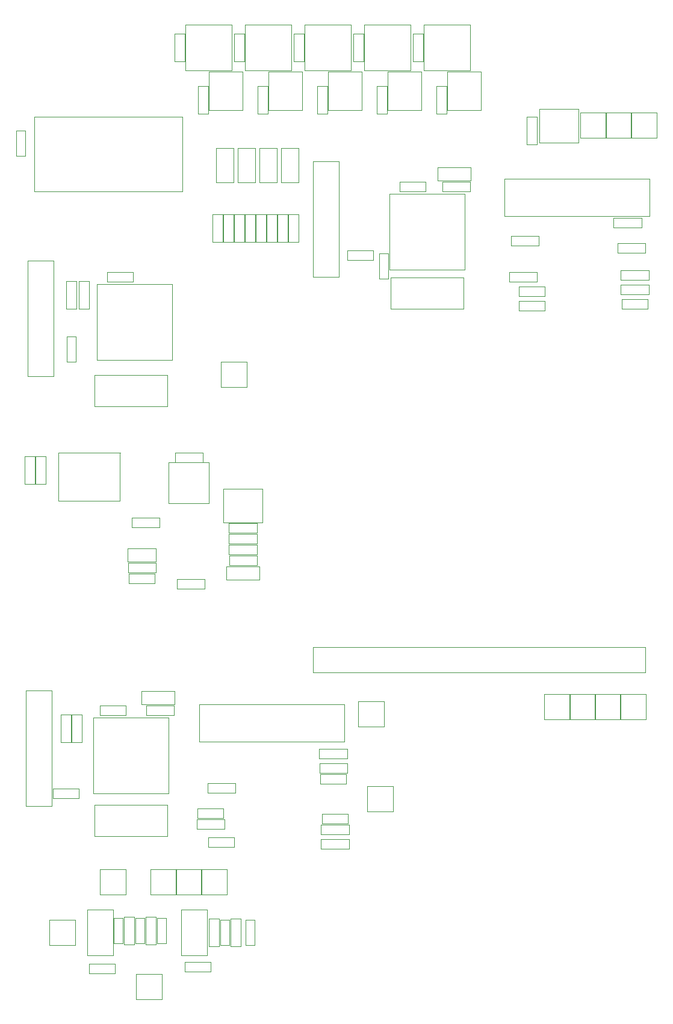
<source format=gbr>
G04 #@! TF.FileFunction,Other,User*
%FSLAX46Y46*%
G04 Gerber Fmt 4.6, Leading zero omitted, Abs format (unit mm)*
G04 Created by KiCad (PCBNEW 4.0.6) date 01/22/18 18:48:35*
%MOMM*%
%LPD*%
G01*
G04 APERTURE LIST*
%ADD10C,0.100000*%
%ADD11C,0.050000*%
G04 APERTURE END LIST*
D10*
D11*
X234476000Y-47972000D02*
X245076000Y-47972000D01*
X234476000Y-37372000D02*
X245076000Y-37372000D01*
X234476000Y-47972000D02*
X234476000Y-37372000D01*
X245076000Y-47972000D02*
X245076000Y-37372000D01*
X242634000Y-25590000D02*
X242634000Y-20130000D01*
X242634000Y-25590000D02*
X247374000Y-25590000D01*
X247374000Y-20130000D02*
X242634000Y-20130000D01*
X247374000Y-20130000D02*
X247374000Y-25590000D01*
X223752000Y-104670000D02*
X270502000Y-104670000D01*
X270502000Y-104670000D02*
X270502000Y-101070000D01*
X270502000Y-101070000D02*
X223752000Y-101070000D01*
X223752000Y-101070000D02*
X223752000Y-104670000D01*
X223752000Y-32744000D02*
X223752000Y-49044000D01*
X223752000Y-49044000D02*
X227352000Y-49044000D01*
X227352000Y-49044000D02*
X227352000Y-32744000D01*
X227352000Y-32744000D02*
X223752000Y-32744000D01*
X183620000Y-46714000D02*
X183620000Y-63014000D01*
X183620000Y-63014000D02*
X187220000Y-63014000D01*
X187220000Y-63014000D02*
X187220000Y-46714000D01*
X187220000Y-46714000D02*
X183620000Y-46714000D01*
X261048000Y-30162000D02*
X255588000Y-30162000D01*
X261048000Y-30162000D02*
X261048000Y-25422000D01*
X255588000Y-25422000D02*
X255588000Y-30162000D01*
X255588000Y-25422000D02*
X261048000Y-25422000D01*
X234252000Y-25590000D02*
X234252000Y-20130000D01*
X234252000Y-25590000D02*
X238992000Y-25590000D01*
X238992000Y-20130000D02*
X234252000Y-20130000D01*
X238992000Y-20130000D02*
X238992000Y-25590000D01*
X225870000Y-25590000D02*
X225870000Y-20130000D01*
X225870000Y-25590000D02*
X230610000Y-25590000D01*
X230610000Y-20130000D02*
X225870000Y-20130000D01*
X230610000Y-20130000D02*
X230610000Y-25590000D01*
X217488000Y-25590000D02*
X217488000Y-20130000D01*
X217488000Y-25590000D02*
X222228000Y-25590000D01*
X222228000Y-20130000D02*
X217488000Y-20130000D01*
X222228000Y-20130000D02*
X222228000Y-25590000D01*
X209106000Y-25590000D02*
X209106000Y-20130000D01*
X209106000Y-25590000D02*
X213846000Y-25590000D01*
X213846000Y-20130000D02*
X209106000Y-20130000D01*
X213846000Y-20130000D02*
X213846000Y-25590000D01*
X211138000Y-78804000D02*
X216598000Y-78804000D01*
X211138000Y-78804000D02*
X211138000Y-83544000D01*
X216598000Y-83544000D02*
X216598000Y-78804000D01*
X216598000Y-83544000D02*
X211138000Y-83544000D01*
X196626000Y-73780000D02*
X187876000Y-73780000D01*
X196576000Y-80530000D02*
X196576000Y-73830000D01*
X187876000Y-80530000D02*
X196576000Y-80530000D01*
X187876000Y-73780000D02*
X187876000Y-80530000D01*
X191952000Y-144424000D02*
X195652000Y-144424000D01*
X191952000Y-138024000D02*
X195652000Y-138024000D01*
X191952000Y-144424000D02*
X191952000Y-138024000D01*
X195652000Y-144424000D02*
X195652000Y-138024000D01*
X183276000Y-28426000D02*
X183276000Y-32026000D01*
X183276000Y-28426000D02*
X181976000Y-28426000D01*
X181976000Y-32026000D02*
X183276000Y-32026000D01*
X181976000Y-32026000D02*
X181976000Y-28426000D01*
X267186000Y-52182000D02*
X270786000Y-52182000D01*
X267186000Y-52182000D02*
X267186000Y-53482000D01*
X270786000Y-53482000D02*
X270786000Y-52182000D01*
X270786000Y-53482000D02*
X267186000Y-53482000D01*
X228622000Y-125872000D02*
X225022000Y-125872000D01*
X228622000Y-125872000D02*
X228622000Y-124572000D01*
X225022000Y-124572000D02*
X225022000Y-125872000D01*
X225022000Y-124572000D02*
X228622000Y-124572000D01*
X228368000Y-120284000D02*
X224768000Y-120284000D01*
X228368000Y-120284000D02*
X228368000Y-118984000D01*
X224768000Y-118984000D02*
X224768000Y-120284000D01*
X224768000Y-118984000D02*
X228368000Y-118984000D01*
X256308000Y-51704000D02*
X252708000Y-51704000D01*
X256308000Y-51704000D02*
X256308000Y-50404000D01*
X252708000Y-50404000D02*
X252708000Y-51704000D01*
X252708000Y-50404000D02*
X256308000Y-50404000D01*
X207496000Y-123810000D02*
X211096000Y-123810000D01*
X207496000Y-123810000D02*
X207496000Y-125110000D01*
X211096000Y-125110000D02*
X211096000Y-123810000D01*
X211096000Y-125110000D02*
X207496000Y-125110000D01*
X256308000Y-53736000D02*
X252708000Y-53736000D01*
X256308000Y-53736000D02*
X256308000Y-52436000D01*
X252708000Y-52436000D02*
X252708000Y-53736000D01*
X252708000Y-52436000D02*
X256308000Y-52436000D01*
X212620000Y-129174000D02*
X209020000Y-129174000D01*
X212620000Y-129174000D02*
X212620000Y-127874000D01*
X209020000Y-127874000D02*
X209020000Y-129174000D01*
X209020000Y-127874000D02*
X212620000Y-127874000D01*
X197380000Y-110632000D02*
X193780000Y-110632000D01*
X197380000Y-110632000D02*
X197380000Y-109332000D01*
X193780000Y-109332000D02*
X193780000Y-110632000D01*
X193780000Y-109332000D02*
X197380000Y-109332000D01*
X187176000Y-121016000D02*
X190776000Y-121016000D01*
X187176000Y-121016000D02*
X187176000Y-122316000D01*
X190776000Y-122316000D02*
X190776000Y-121016000D01*
X190776000Y-122316000D02*
X187176000Y-122316000D01*
X209114000Y-80828000D02*
X209114000Y-75128000D01*
X209114000Y-75128000D02*
X203414000Y-75128000D01*
X203414000Y-75128000D02*
X203414000Y-80828000D01*
X203414000Y-80828000D02*
X209114000Y-80828000D01*
X201444000Y-92090000D02*
X197844000Y-92090000D01*
X201444000Y-92090000D02*
X201444000Y-90790000D01*
X197844000Y-90790000D02*
X197844000Y-92090000D01*
X197844000Y-90790000D02*
X201444000Y-90790000D01*
X214234000Y-143024000D02*
X214234000Y-139424000D01*
X214234000Y-143024000D02*
X215534000Y-143024000D01*
X215534000Y-139424000D02*
X214234000Y-139424000D01*
X215534000Y-139424000D02*
X215534000Y-143024000D01*
X203088000Y-139170000D02*
X203088000Y-142770000D01*
X203088000Y-139170000D02*
X201788000Y-139170000D01*
X201788000Y-142770000D02*
X203088000Y-142770000D01*
X201788000Y-142770000D02*
X201788000Y-139170000D01*
X205718000Y-145400000D02*
X209318000Y-145400000D01*
X205718000Y-145400000D02*
X205718000Y-146700000D01*
X209318000Y-146700000D02*
X209318000Y-145400000D01*
X209318000Y-146700000D02*
X205718000Y-146700000D01*
X192256000Y-145654000D02*
X195856000Y-145654000D01*
X192256000Y-145654000D02*
X192256000Y-146954000D01*
X195856000Y-146954000D02*
X195856000Y-145654000D01*
X195856000Y-146954000D02*
X192256000Y-146954000D01*
X211978000Y-139424000D02*
X211978000Y-143024000D01*
X211978000Y-139424000D02*
X210678000Y-139424000D01*
X210678000Y-143024000D02*
X211978000Y-143024000D01*
X210678000Y-143024000D02*
X210678000Y-139424000D01*
X200040000Y-139170000D02*
X200040000Y-142770000D01*
X200040000Y-139170000D02*
X198740000Y-139170000D01*
X198740000Y-142770000D02*
X200040000Y-142770000D01*
X198740000Y-142770000D02*
X198740000Y-139170000D01*
X196992000Y-139170000D02*
X196992000Y-142770000D01*
X196992000Y-139170000D02*
X195692000Y-139170000D01*
X195692000Y-142770000D02*
X196992000Y-142770000D01*
X195692000Y-142770000D02*
X195692000Y-139170000D01*
X216218000Y-91578000D02*
X211518000Y-91578000D01*
X216218000Y-91578000D02*
X216218000Y-89778000D01*
X211518000Y-89778000D02*
X211518000Y-91578000D01*
X211518000Y-89778000D02*
X216218000Y-89778000D01*
X183366000Y-107166000D02*
X183366000Y-123466000D01*
X183366000Y-123466000D02*
X186966000Y-123466000D01*
X186966000Y-123466000D02*
X186966000Y-107166000D01*
X186966000Y-107166000D02*
X183366000Y-107166000D01*
X255208000Y-26488000D02*
X255208000Y-30398000D01*
X255208000Y-26488000D02*
X253808000Y-26488000D01*
X253808000Y-30398000D02*
X255208000Y-30398000D01*
X253808000Y-30398000D02*
X253808000Y-26488000D01*
X266010000Y-40702000D02*
X269920000Y-40702000D01*
X266010000Y-40702000D02*
X266010000Y-42102000D01*
X269920000Y-42102000D02*
X269920000Y-40702000D01*
X269920000Y-42102000D02*
X266010000Y-42102000D01*
X224608000Y-115378000D02*
X228518000Y-115378000D01*
X224608000Y-115378000D02*
X224608000Y-116778000D01*
X228518000Y-116778000D02*
X228518000Y-115378000D01*
X228518000Y-116778000D02*
X224608000Y-116778000D01*
X267026000Y-50100000D02*
X270936000Y-50100000D01*
X267026000Y-50100000D02*
X267026000Y-51500000D01*
X270936000Y-51500000D02*
X270936000Y-50100000D01*
X270936000Y-51500000D02*
X267026000Y-51500000D01*
X224862000Y-126046000D02*
X228772000Y-126046000D01*
X224862000Y-126046000D02*
X224862000Y-127446000D01*
X228772000Y-127446000D02*
X228772000Y-126046000D01*
X228772000Y-127446000D02*
X224862000Y-127446000D01*
X270438000Y-45658000D02*
X266528000Y-45658000D01*
X270438000Y-45658000D02*
X270438000Y-44258000D01*
X266528000Y-44258000D02*
X266528000Y-45658000D01*
X266528000Y-44258000D02*
X270438000Y-44258000D01*
X228528000Y-118810000D02*
X224618000Y-118810000D01*
X228528000Y-118810000D02*
X228528000Y-117410000D01*
X224618000Y-117410000D02*
X224618000Y-118810000D01*
X224618000Y-117410000D02*
X228528000Y-117410000D01*
X267026000Y-48068000D02*
X270936000Y-48068000D01*
X267026000Y-48068000D02*
X267026000Y-49468000D01*
X270936000Y-49468000D02*
X270936000Y-48068000D01*
X270936000Y-49468000D02*
X267026000Y-49468000D01*
X224862000Y-128078000D02*
X228772000Y-128078000D01*
X224862000Y-128078000D02*
X224862000Y-129478000D01*
X228772000Y-129478000D02*
X228772000Y-128078000D01*
X228772000Y-129478000D02*
X224862000Y-129478000D01*
X255198000Y-49722000D02*
X251288000Y-49722000D01*
X255198000Y-49722000D02*
X255198000Y-48322000D01*
X251288000Y-48322000D02*
X251288000Y-49722000D01*
X251288000Y-48322000D02*
X255198000Y-48322000D01*
X211256000Y-126684000D02*
X207346000Y-126684000D01*
X211256000Y-126684000D02*
X211256000Y-125284000D01*
X207346000Y-125284000D02*
X207346000Y-126684000D01*
X207346000Y-125284000D02*
X211256000Y-125284000D01*
X255452000Y-44642000D02*
X251542000Y-44642000D01*
X255452000Y-44642000D02*
X255452000Y-43242000D01*
X251542000Y-43242000D02*
X251542000Y-44642000D01*
X251542000Y-43242000D02*
X255452000Y-43242000D01*
X212780000Y-121604000D02*
X208870000Y-121604000D01*
X212780000Y-121604000D02*
X212780000Y-120204000D01*
X208870000Y-120204000D02*
X208870000Y-121604000D01*
X208870000Y-120204000D02*
X212780000Y-120204000D01*
X242508000Y-22170000D02*
X242508000Y-26080000D01*
X242508000Y-22170000D02*
X241108000Y-22170000D01*
X241108000Y-26080000D02*
X242508000Y-26080000D01*
X241108000Y-26080000D02*
X241108000Y-22170000D01*
X239206000Y-14804000D02*
X239206000Y-18714000D01*
X239206000Y-14804000D02*
X237806000Y-14804000D01*
X237806000Y-18714000D02*
X239206000Y-18714000D01*
X237806000Y-18714000D02*
X237806000Y-14804000D01*
X234126000Y-22170000D02*
X234126000Y-26080000D01*
X234126000Y-22170000D02*
X232726000Y-22170000D01*
X232726000Y-26080000D02*
X234126000Y-26080000D01*
X232726000Y-26080000D02*
X232726000Y-22170000D01*
X230824000Y-14804000D02*
X230824000Y-18714000D01*
X230824000Y-14804000D02*
X229424000Y-14804000D01*
X229424000Y-18714000D02*
X230824000Y-18714000D01*
X229424000Y-18714000D02*
X229424000Y-14804000D01*
X225744000Y-22170000D02*
X225744000Y-26080000D01*
X225744000Y-22170000D02*
X224344000Y-22170000D01*
X224344000Y-26080000D02*
X225744000Y-26080000D01*
X224344000Y-26080000D02*
X224344000Y-22170000D01*
X222442000Y-14804000D02*
X222442000Y-18714000D01*
X222442000Y-14804000D02*
X221042000Y-14804000D01*
X221042000Y-18714000D02*
X222442000Y-18714000D01*
X221042000Y-18714000D02*
X221042000Y-14804000D01*
X217362000Y-22170000D02*
X217362000Y-26080000D01*
X217362000Y-22170000D02*
X215962000Y-22170000D01*
X215962000Y-26080000D02*
X217362000Y-26080000D01*
X215962000Y-26080000D02*
X215962000Y-22170000D01*
X214060000Y-14804000D02*
X214060000Y-18714000D01*
X214060000Y-14804000D02*
X212660000Y-14804000D01*
X212660000Y-18714000D02*
X214060000Y-18714000D01*
X212660000Y-18714000D02*
X212660000Y-14804000D01*
X208980000Y-22170000D02*
X208980000Y-26080000D01*
X208980000Y-22170000D02*
X207580000Y-22170000D01*
X207580000Y-26080000D02*
X208980000Y-26080000D01*
X207580000Y-26080000D02*
X207580000Y-22170000D01*
X205678000Y-14804000D02*
X205678000Y-18714000D01*
X205678000Y-14804000D02*
X204278000Y-14804000D01*
X204278000Y-18714000D02*
X205678000Y-18714000D01*
X204278000Y-18714000D02*
X204278000Y-14804000D01*
X184720000Y-78160000D02*
X184720000Y-74250000D01*
X184720000Y-78160000D02*
X186120000Y-78160000D01*
X186120000Y-74250000D02*
X184720000Y-74250000D01*
X186120000Y-74250000D02*
X186120000Y-78160000D01*
X184596000Y-74240000D02*
X184596000Y-78150000D01*
X184596000Y-74240000D02*
X183196000Y-74240000D01*
X183196000Y-78150000D02*
X184596000Y-78150000D01*
X183196000Y-78150000D02*
X183196000Y-74240000D01*
X221680000Y-40204000D02*
X221680000Y-44114000D01*
X221680000Y-40204000D02*
X220280000Y-40204000D01*
X220280000Y-44114000D02*
X221680000Y-44114000D01*
X220280000Y-44114000D02*
X220280000Y-40204000D01*
X218756000Y-44124000D02*
X218756000Y-40214000D01*
X218756000Y-44124000D02*
X220156000Y-44124000D01*
X220156000Y-40214000D02*
X218756000Y-40214000D01*
X220156000Y-40214000D02*
X220156000Y-44124000D01*
X218632000Y-40204000D02*
X218632000Y-44114000D01*
X218632000Y-40204000D02*
X217232000Y-40204000D01*
X217232000Y-44114000D02*
X218632000Y-44114000D01*
X217232000Y-44114000D02*
X217232000Y-40204000D01*
X215708000Y-44124000D02*
X215708000Y-40214000D01*
X215708000Y-44124000D02*
X217108000Y-44124000D01*
X217108000Y-40214000D02*
X215708000Y-40214000D01*
X217108000Y-40214000D02*
X217108000Y-44124000D01*
X215584000Y-40204000D02*
X215584000Y-44114000D01*
X215584000Y-40204000D02*
X214184000Y-40204000D01*
X214184000Y-44114000D02*
X215584000Y-44114000D01*
X214184000Y-44114000D02*
X214184000Y-40204000D01*
X212660000Y-44124000D02*
X212660000Y-40214000D01*
X212660000Y-44124000D02*
X214060000Y-44124000D01*
X214060000Y-40214000D02*
X212660000Y-40214000D01*
X214060000Y-40214000D02*
X214060000Y-44124000D01*
X212536000Y-40204000D02*
X212536000Y-44114000D01*
X212536000Y-40204000D02*
X211136000Y-40204000D01*
X211136000Y-44114000D02*
X212536000Y-44114000D01*
X211136000Y-44114000D02*
X211136000Y-40204000D01*
X209612000Y-44124000D02*
X209612000Y-40214000D01*
X209612000Y-44124000D02*
X211012000Y-44124000D01*
X211012000Y-40214000D02*
X209612000Y-40214000D01*
X211012000Y-40214000D02*
X211012000Y-44124000D01*
X208208000Y-75122000D02*
X204298000Y-75122000D01*
X208208000Y-75122000D02*
X208208000Y-73722000D01*
X204298000Y-73722000D02*
X204298000Y-75122000D01*
X204298000Y-73722000D02*
X208208000Y-73722000D01*
X202112000Y-84266000D02*
X198202000Y-84266000D01*
X202112000Y-84266000D02*
X202112000Y-82866000D01*
X198202000Y-82866000D02*
X198202000Y-84266000D01*
X198202000Y-82866000D02*
X202112000Y-82866000D01*
X201604000Y-90616000D02*
X197694000Y-90616000D01*
X201604000Y-90616000D02*
X201604000Y-89216000D01*
X197694000Y-89216000D02*
X197694000Y-90616000D01*
X197694000Y-89216000D02*
X201604000Y-89216000D01*
X211908000Y-85152000D02*
X215818000Y-85152000D01*
X211908000Y-85152000D02*
X211908000Y-86552000D01*
X215818000Y-86552000D02*
X215818000Y-85152000D01*
X215818000Y-86552000D02*
X211908000Y-86552000D01*
X211908000Y-86676000D02*
X215818000Y-86676000D01*
X211908000Y-86676000D02*
X211908000Y-88076000D01*
X215818000Y-88076000D02*
X215818000Y-86676000D01*
X215818000Y-88076000D02*
X211908000Y-88076000D01*
X208462000Y-92902000D02*
X204552000Y-92902000D01*
X208462000Y-92902000D02*
X208462000Y-91502000D01*
X204552000Y-91502000D02*
X204552000Y-92902000D01*
X204552000Y-91502000D02*
X208462000Y-91502000D01*
X215828000Y-89600000D02*
X211918000Y-89600000D01*
X215828000Y-89600000D02*
X215828000Y-88200000D01*
X211918000Y-88200000D02*
X211918000Y-89600000D01*
X211918000Y-88200000D02*
X215828000Y-88200000D01*
X211908000Y-83628000D02*
X215818000Y-83628000D01*
X211908000Y-83628000D02*
X211908000Y-85028000D01*
X215818000Y-85028000D02*
X215818000Y-83628000D01*
X215818000Y-85028000D02*
X211908000Y-85028000D01*
X213552000Y-139264000D02*
X213552000Y-143174000D01*
X213552000Y-139264000D02*
X212152000Y-139264000D01*
X212152000Y-143174000D02*
X213552000Y-143174000D01*
X212152000Y-143174000D02*
X212152000Y-139264000D01*
X201614000Y-139010000D02*
X201614000Y-142920000D01*
X201614000Y-139010000D02*
X200214000Y-139010000D01*
X200214000Y-142920000D02*
X201614000Y-142920000D01*
X200214000Y-142920000D02*
X200214000Y-139010000D01*
X209104000Y-143184000D02*
X209104000Y-139274000D01*
X209104000Y-143184000D02*
X210504000Y-143184000D01*
X210504000Y-139274000D02*
X209104000Y-139274000D01*
X210504000Y-139274000D02*
X210504000Y-143184000D01*
X197166000Y-142930000D02*
X197166000Y-139020000D01*
X197166000Y-142930000D02*
X198566000Y-142930000D01*
X198566000Y-139020000D02*
X197166000Y-139020000D01*
X198566000Y-139020000D02*
X198566000Y-142930000D01*
X205160000Y-144424000D02*
X208860000Y-144424000D01*
X205160000Y-138024000D02*
X208860000Y-138024000D01*
X205160000Y-144424000D02*
X205160000Y-138024000D01*
X208860000Y-144424000D02*
X208860000Y-138024000D01*
X239320000Y-19984000D02*
X245820000Y-19984000D01*
X245820000Y-19984000D02*
X245820000Y-13534000D01*
X245820000Y-13534000D02*
X239320000Y-13534000D01*
X239320000Y-13534000D02*
X239320000Y-19984000D01*
X230938000Y-19984000D02*
X237438000Y-19984000D01*
X237438000Y-19984000D02*
X237438000Y-13534000D01*
X237438000Y-13534000D02*
X230938000Y-13534000D01*
X230938000Y-13534000D02*
X230938000Y-19984000D01*
X222556000Y-19984000D02*
X229056000Y-19984000D01*
X229056000Y-19984000D02*
X229056000Y-13534000D01*
X229056000Y-13534000D02*
X222556000Y-13534000D01*
X222556000Y-13534000D02*
X222556000Y-19984000D01*
X214174000Y-19984000D02*
X220674000Y-19984000D01*
X220674000Y-19984000D02*
X220674000Y-13534000D01*
X220674000Y-13534000D02*
X214174000Y-13534000D01*
X214174000Y-13534000D02*
X214174000Y-19984000D01*
X205792000Y-19984000D02*
X212292000Y-19984000D01*
X212292000Y-19984000D02*
X212292000Y-13534000D01*
X212292000Y-13534000D02*
X205792000Y-13534000D01*
X205792000Y-13534000D02*
X205792000Y-19984000D01*
X205384000Y-26500000D02*
X184524000Y-26500000D01*
X184524000Y-26500000D02*
X184524000Y-37000000D01*
X184524000Y-37000000D02*
X205384000Y-37000000D01*
X205384000Y-37000000D02*
X205384000Y-26500000D01*
X271058000Y-40446000D02*
X271058000Y-35246000D01*
X271058000Y-35246000D02*
X250658000Y-35246000D01*
X250658000Y-35246000D02*
X250658000Y-40446000D01*
X250658000Y-40446000D02*
X271058000Y-40446000D01*
X228132000Y-114360000D02*
X228132000Y-109160000D01*
X228132000Y-109160000D02*
X207732000Y-109160000D01*
X207732000Y-109160000D02*
X207732000Y-114360000D01*
X207732000Y-114360000D02*
X228132000Y-114360000D01*
X201644000Y-89088000D02*
X197644000Y-89088000D01*
X197644000Y-89088000D02*
X197644000Y-87188000D01*
X201644000Y-87188000D02*
X197644000Y-87188000D01*
X201644000Y-89088000D02*
X201644000Y-87188000D01*
X266932000Y-107674000D02*
X266932000Y-111274000D01*
X266932000Y-111274000D02*
X270532000Y-111274000D01*
X270532000Y-111274000D02*
X270532000Y-107674000D01*
X270532000Y-107674000D02*
X266932000Y-107674000D01*
X263376000Y-107674000D02*
X263376000Y-111274000D01*
X263376000Y-111274000D02*
X266976000Y-111274000D01*
X266976000Y-111274000D02*
X266976000Y-107674000D01*
X266976000Y-107674000D02*
X263376000Y-107674000D01*
X272056000Y-29486000D02*
X272056000Y-25886000D01*
X272056000Y-25886000D02*
X268456000Y-25886000D01*
X268456000Y-25886000D02*
X268456000Y-29486000D01*
X268456000Y-29486000D02*
X272056000Y-29486000D01*
X230102000Y-108690000D02*
X230102000Y-112290000D01*
X230102000Y-112290000D02*
X233702000Y-112290000D01*
X233702000Y-112290000D02*
X233702000Y-108690000D01*
X233702000Y-108690000D02*
X230102000Y-108690000D01*
X268500000Y-29486000D02*
X268500000Y-25886000D01*
X268500000Y-25886000D02*
X264900000Y-25886000D01*
X264900000Y-25886000D02*
X264900000Y-29486000D01*
X264900000Y-29486000D02*
X268500000Y-29486000D01*
X204448000Y-132312000D02*
X204448000Y-135912000D01*
X204448000Y-135912000D02*
X208048000Y-135912000D01*
X208048000Y-135912000D02*
X208048000Y-132312000D01*
X208048000Y-132312000D02*
X204448000Y-132312000D01*
X256264000Y-107674000D02*
X256264000Y-111274000D01*
X256264000Y-111274000D02*
X259864000Y-111274000D01*
X259864000Y-111274000D02*
X259864000Y-107674000D01*
X259864000Y-107674000D02*
X256264000Y-107674000D01*
X193780000Y-132312000D02*
X193780000Y-135912000D01*
X193780000Y-135912000D02*
X197380000Y-135912000D01*
X197380000Y-135912000D02*
X197380000Y-132312000D01*
X197380000Y-132312000D02*
X193780000Y-132312000D01*
X200892000Y-132312000D02*
X200892000Y-135912000D01*
X200892000Y-135912000D02*
X204492000Y-135912000D01*
X204492000Y-135912000D02*
X204492000Y-132312000D01*
X204492000Y-132312000D02*
X200892000Y-132312000D01*
X259820000Y-107674000D02*
X259820000Y-111274000D01*
X259820000Y-111274000D02*
X263420000Y-111274000D01*
X263420000Y-111274000D02*
X263420000Y-107674000D01*
X263420000Y-107674000D02*
X259820000Y-107674000D01*
X186668000Y-139424000D02*
X186668000Y-143024000D01*
X186668000Y-143024000D02*
X190268000Y-143024000D01*
X190268000Y-143024000D02*
X190268000Y-139424000D01*
X190268000Y-139424000D02*
X186668000Y-139424000D01*
X210798000Y-60938000D02*
X210798000Y-64538000D01*
X210798000Y-64538000D02*
X214398000Y-64538000D01*
X214398000Y-64538000D02*
X214398000Y-60938000D01*
X214398000Y-60938000D02*
X210798000Y-60938000D01*
X231372000Y-120628000D02*
X231372000Y-124228000D01*
X231372000Y-124228000D02*
X234972000Y-124228000D01*
X234972000Y-124228000D02*
X234972000Y-120628000D01*
X234972000Y-120628000D02*
X231372000Y-120628000D01*
X264944000Y-29486000D02*
X264944000Y-25886000D01*
X264944000Y-25886000D02*
X261344000Y-25886000D01*
X261344000Y-25886000D02*
X261344000Y-29486000D01*
X261344000Y-29486000D02*
X264944000Y-29486000D01*
X208004000Y-132312000D02*
X208004000Y-135912000D01*
X208004000Y-135912000D02*
X211604000Y-135912000D01*
X211604000Y-135912000D02*
X211604000Y-132312000D01*
X211604000Y-132312000D02*
X208004000Y-132312000D01*
X198860000Y-147044000D02*
X198860000Y-150644000D01*
X198860000Y-150644000D02*
X202460000Y-150644000D01*
X202460000Y-150644000D02*
X202460000Y-147044000D01*
X202460000Y-147044000D02*
X198860000Y-147044000D01*
X233030000Y-49298000D02*
X233030000Y-45698000D01*
X233030000Y-49298000D02*
X234330000Y-49298000D01*
X234330000Y-45698000D02*
X233030000Y-45698000D01*
X234330000Y-45698000D02*
X234330000Y-49298000D01*
X239544000Y-36972000D02*
X235944000Y-36972000D01*
X239544000Y-36972000D02*
X239544000Y-35672000D01*
X235944000Y-35672000D02*
X235944000Y-36972000D01*
X235944000Y-35672000D02*
X239544000Y-35672000D01*
X228578000Y-45324000D02*
X232178000Y-45324000D01*
X228578000Y-45324000D02*
X228578000Y-46624000D01*
X232178000Y-46624000D02*
X232178000Y-45324000D01*
X232178000Y-46624000D02*
X228578000Y-46624000D01*
X198396000Y-49672000D02*
X194796000Y-49672000D01*
X198396000Y-49672000D02*
X198396000Y-48372000D01*
X194796000Y-48372000D02*
X194796000Y-49672000D01*
X194796000Y-48372000D02*
X198396000Y-48372000D01*
X189088000Y-60982000D02*
X189088000Y-57382000D01*
X189088000Y-60982000D02*
X190388000Y-60982000D01*
X190388000Y-57382000D02*
X189088000Y-57382000D01*
X190388000Y-57382000D02*
X190388000Y-60982000D01*
X199580000Y-107304000D02*
X204280000Y-107304000D01*
X199580000Y-107304000D02*
X199580000Y-109104000D01*
X204280000Y-109104000D02*
X204280000Y-107304000D01*
X204280000Y-109104000D02*
X199580000Y-109104000D01*
X241236000Y-33644000D02*
X245936000Y-33644000D01*
X241236000Y-33644000D02*
X241236000Y-35444000D01*
X245936000Y-35444000D02*
X245936000Y-33644000D01*
X245936000Y-35444000D02*
X241236000Y-35444000D01*
X189676000Y-110562000D02*
X189676000Y-114472000D01*
X189676000Y-110562000D02*
X188276000Y-110562000D01*
X188276000Y-114472000D02*
X189676000Y-114472000D01*
X188276000Y-114472000D02*
X188276000Y-110562000D01*
X191200000Y-110562000D02*
X191200000Y-114472000D01*
X191200000Y-110562000D02*
X189800000Y-110562000D01*
X189800000Y-114472000D02*
X191200000Y-114472000D01*
X189800000Y-114472000D02*
X189800000Y-110562000D01*
X204144000Y-110682000D02*
X200234000Y-110682000D01*
X204144000Y-110682000D02*
X204144000Y-109282000D01*
X200234000Y-109282000D02*
X200234000Y-110682000D01*
X200234000Y-109282000D02*
X204144000Y-109282000D01*
X245800000Y-37022000D02*
X241890000Y-37022000D01*
X245800000Y-37022000D02*
X245800000Y-35622000D01*
X241890000Y-35622000D02*
X241890000Y-37022000D01*
X241890000Y-35622000D02*
X245800000Y-35622000D01*
X190438000Y-49602000D02*
X190438000Y-53512000D01*
X190438000Y-49602000D02*
X189038000Y-49602000D01*
X189038000Y-53512000D02*
X190438000Y-53512000D01*
X189038000Y-53512000D02*
X189038000Y-49602000D01*
X192216000Y-49602000D02*
X192216000Y-53512000D01*
X192216000Y-49602000D02*
X190816000Y-49602000D01*
X190816000Y-53512000D02*
X192216000Y-53512000D01*
X190816000Y-53512000D02*
X190816000Y-49602000D01*
X193020000Y-123276000D02*
X193020000Y-127676000D01*
X193020000Y-127676000D02*
X203220000Y-127676000D01*
X203220000Y-127676000D02*
X203220000Y-123276000D01*
X203220000Y-123276000D02*
X193020000Y-123276000D01*
X234676000Y-49108000D02*
X234676000Y-53508000D01*
X234676000Y-53508000D02*
X244876000Y-53508000D01*
X244876000Y-53508000D02*
X244876000Y-49108000D01*
X244876000Y-49108000D02*
X234676000Y-49108000D01*
X193020000Y-62824000D02*
X193020000Y-67224000D01*
X193020000Y-67224000D02*
X203220000Y-67224000D01*
X203220000Y-67224000D02*
X203220000Y-62824000D01*
X203220000Y-62824000D02*
X193020000Y-62824000D01*
X192820000Y-121632000D02*
X203420000Y-121632000D01*
X192820000Y-111032000D02*
X203420000Y-111032000D01*
X192820000Y-121632000D02*
X192820000Y-111032000D01*
X203420000Y-121632000D02*
X203420000Y-111032000D01*
X193328000Y-60672000D02*
X203928000Y-60672000D01*
X193328000Y-50072000D02*
X203928000Y-50072000D01*
X193328000Y-60672000D02*
X193328000Y-50072000D01*
X203928000Y-60672000D02*
X203928000Y-50072000D01*
X219272000Y-35744000D02*
X221672000Y-35744000D01*
X221672000Y-35744000D02*
X221672000Y-30894000D01*
X221672000Y-30894000D02*
X219272000Y-30894000D01*
X219272000Y-30894000D02*
X219272000Y-35744000D01*
X216224000Y-35744000D02*
X218624000Y-35744000D01*
X218624000Y-35744000D02*
X218624000Y-30894000D01*
X218624000Y-30894000D02*
X216224000Y-30894000D01*
X216224000Y-30894000D02*
X216224000Y-35744000D01*
X213176000Y-35744000D02*
X215576000Y-35744000D01*
X215576000Y-35744000D02*
X215576000Y-30894000D01*
X215576000Y-30894000D02*
X213176000Y-30894000D01*
X213176000Y-30894000D02*
X213176000Y-35744000D01*
X210128000Y-35744000D02*
X212528000Y-35744000D01*
X212528000Y-35744000D02*
X212528000Y-30894000D01*
X212528000Y-30894000D02*
X210128000Y-30894000D01*
X210128000Y-30894000D02*
X210128000Y-35744000D01*
M02*

</source>
